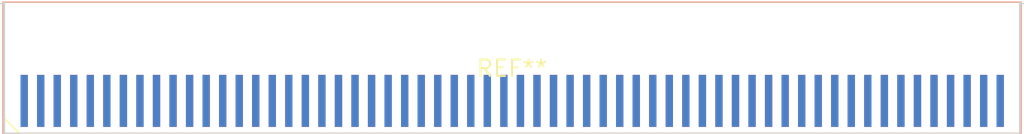
<source format=kicad_pcb>
(kicad_pcb (version 20240108) (generator pcbnew)
  (layers (0 "F.Cu" signal) (31 "B.Cu" signal) (34 "B.Paste" user) (35 "F.Paste" user) (36 "B.SilkS" user "B.Silkscreen") (37 "F.SilkS" user "F.Silkscreen") (38 "B.Mask" user) (39 "F.Mask" user) (44 "Edge.Cuts" user))
  (net 0 "")
  (footprint "Samtec_MECF-60-0_-NP-L-DV_2x60_P1.27mm_Edge" (layer "F.Cu") (at 0 0)
    (property "Reference" "REF**")
    (property "Value" "Samtec_MECF-60-0_-NP-L-DV_2x60_P1.27mm_Edge")
    (fp_line (start -39.09 -5.11) (end 39.09 -5.11) (layer "B.SilkS") (stroke (width 0.12)))
    (fp_line (start -39.09 5) (end -39.09 -5.11) (layer "B.SilkS") (stroke (width 0.12)))
    (fp_line (start -39.09 5) (end 39.09 5) (layer "B.SilkS") (stroke (width 0.12)))
    (fp_line (start 39.09 5) (end 39.09 -5.11) (layer "B.SilkS") (stroke (width 0.12)))
    (fp_line (start -39.09 -5.11) (end 39.09 -5.11) (layer "F.SilkS") (stroke (width 0.12)))
    (fp_line (start -39.09 3.73) (end -39.09 -5.11) (layer "F.SilkS") (stroke (width 0.12)))
    (fp_line (start -37.82 5) (end -39.09 3.73) (layer "F.SilkS") (stroke (width 0.12)))
    (fp_line (start -37.82 5) (end 39.09 5) (layer "F.SilkS") (stroke (width 0.12)))
    (fp_line (start 39.09 5) (end 39.09 -5.11) (layer "F.SilkS") (stroke (width 0.12)))
    (fp_line (start -39.25 -5) (end -38.975 -5) (layer "Edge.Cuts") (stroke (width 0.12)))
    (fp_line (start -38.975 5) (end -38.975 -5) (layer "Edge.Cuts") (stroke (width 0.12)))
    (fp_line (start -38.975 5) (end 38.975 5) (layer "Edge.Cuts") (stroke (width 0.12)))
    (fp_line (start 38.975 5) (end 38.975 -5) (layer "Edge.Cuts") (stroke (width 0.12)))
    (fp_line (start 39.25 -5) (end 38.975 -5) (layer "Edge.Cuts") (stroke (width 0.12)))
    (pad "1" connect rect (at -37.455 2.5) (size 0.56 4) (layers "F.Cu" "F.Mask"))
    (pad "2" connect rect (at -37.455 2.5) (size 0.56 4) (layers "B.Cu" "B.Mask"))
    (pad "3" connect rect (at -36.185 2.5) (size 0.56 4) (layers "F.Cu" "F.Mask"))
    (pad "4" connect rect (at -36.185 2.5) (size 0.56 4) (layers "B.Cu" "B.Mask"))
    (pad "5" connect rect (at -34.915 2.5) (size 0.56 4) (layers "F.Cu" "F.Mask"))
    (pad "6" connect rect (at -34.915 2.5) (size 0.56 4) (layers "B.Cu" "B.Mask"))
    (pad "7" connect rect (at -33.645 2.5) (size 0.56 4) (layers "F.Cu" "F.Mask"))
    (pad "8" connect rect (at -33.645 2.5) (size 0.56 4) (layers "B.Cu" "B.Mask"))
    (pad "9" connect rect (at -32.375 2.5) (size 0.56 4) (layers "F.Cu" "F.Mask"))
    (pad "10" connect rect (at -32.375 2.5) (size 0.56 4) (layers "B.Cu" "B.Mask"))
    (pad "11" connect rect (at -31.105 2.5) (size 0.56 4) (layers "F.Cu" "F.Mask"))
    (pad "12" connect rect (at -31.105 2.5) (size 0.56 4) (layers "B.Cu" "B.Mask"))
    (pad "13" connect rect (at -29.835 2.5) (size 0.56 4) (layers "F.Cu" "F.Mask"))
    (pad "14" connect rect (at -29.835 2.5) (size 0.56 4) (layers "B.Cu" "B.Mask"))
    (pad "15" connect rect (at -28.565 2.5) (size 0.56 4) (layers "F.Cu" "F.Mask"))
    (pad "16" connect rect (at -28.565 2.5) (size 0.56 4) (layers "B.Cu" "B.Mask"))
    (pad "17" connect rect (at -27.295 2.5) (size 0.56 4) (layers "F.Cu" "F.Mask"))
    (pad "18" connect rect (at -27.295 2.5) (size 0.56 4) (layers "B.Cu" "B.Mask"))
    (pad "19" connect rect (at -26.025 2.5) (size 0.56 4) (layers "F.Cu" "F.Mask"))
    (pad "20" connect rect (at -26.025 2.5) (size 0.56 4) (layers "B.Cu" "B.Mask"))
    (pad "21" connect rect (at -24.755 2.5) (size 0.56 4) (layers "F.Cu" "F.Mask"))
    (pad "22" connect rect (at -24.755 2.5) (size 0.56 4) (layers "B.Cu" "B.Mask"))
    (pad "23" connect rect (at -23.485 2.5) (size 0.56 4) (layers "F.Cu" "F.Mask"))
    (pad "24" connect rect (at -23.485 2.5) (size 0.56 4) (layers "B.Cu" "B.Mask"))
    (pad "25" connect rect (at -22.215 2.5) (size 0.56 4) (layers "F.Cu" "F.Mask"))
    (pad "26" connect rect (at -22.215 2.5) (size 0.56 4) (layers "B.Cu" "B.Mask"))
    (pad "27" connect rect (at -20.945 2.5) (size 0.56 4) (layers "F.Cu" "F.Mask"))
    (pad "28" connect rect (at -20.945 2.5) (size 0.56 4) (layers "B.Cu" "B.Mask"))
    (pad "29" connect rect (at -19.675 2.5) (size 0.56 4) (layers "F.Cu" "F.Mask"))
    (pad "30" connect rect (at -19.675 2.5) (size 0.56 4) (layers "B.Cu" "B.Mask"))
    (pad "31" connect rect (at -18.405 2.5) (size 0.56 4) (layers "F.Cu" "F.Mask"))
    (pad "32" connect rect (at -18.405 2.5) (size 0.56 4) (layers "B.Cu" "B.Mask"))
    (pad "33" connect rect (at -17.135 2.5) (size 0.56 4) (layers "F.Cu" "F.Mask"))
    (pad "34" connect rect (at -17.135 2.5) (size 0.56 4) (layers "B.Cu" "B.Mask"))
    (pad "35" connect rect (at -15.865 2.5) (size 0.56 4) (layers "F.Cu" "F.Mask"))
    (pad "36" connect rect (at -15.865 2.5) (size 0.56 4) (layers "B.Cu" "B.Mask"))
    (pad "37" connect rect (at -14.595 2.5) (size 0.56 4) (layers "F.Cu" "F.Mask"))
    (pad "38" connect rect (at -14.595 2.5) (size 0.56 4) (layers "B.Cu" "B.Mask"))
    (pad "39" connect rect (at -13.325 2.5) (size 0.56 4) (layers "F.Cu" "F.Mask"))
    (pad "40" connect rect (at -13.325 2.5) (size 0.56 4) (layers "B.Cu" "B.Mask"))
    (pad "41" connect rect (at -12.055 2.5) (size 0.56 4) (layers "F.Cu" "F.Mask"))
    (pad "42" connect rect (at -12.055 2.5) (size 0.56 4) (layers "B.Cu" "B.Mask"))
    (pad "43" connect rect (at -10.785 2.5) (size 0.56 4) (layers "F.Cu" "F.Mask"))
    (pad "44" connect rect (at -10.785 2.5) (size 0.56 4) (layers "B.Cu" "B.Mask"))
    (pad "45" connect rect (at -9.515 2.5) (size 0.56 4) (layers "F.Cu" "F.Mask"))
    (pad "46" connect rect (at -9.515 2.5) (size 0.56 4) (layers "B.Cu" "B.Mask"))
    (pad "47" connect rect (at -8.245 2.5) (size 0.56 4) (layers "F.Cu" "F.Mask"))
    (pad "48" connect rect (at -8.245 2.5) (size 0.56 4) (layers "B.Cu" "B.Mask"))
    (pad "49" connect rect (at -6.975 2.5) (size 0.56 4) (layers "F.Cu" "F.Mask"))
    (pad "50" connect rect (at -6.975 2.5) (size 0.56 4) (layers "B.Cu" "B.Mask"))
    (pad "51" connect rect (at -5.705 2.5) (size 0.56 4) (layers "F.Cu" "F.Mask"))
    (pad "52" connect rect (at -5.705 2.5) (size 0.56 4) (layers "B.Cu" "B.Mask"))
    (pad "53" connect rect (at -4.435 2.5) (size 0.56 4) (layers "F.Cu" "F.Mask"))
    (pad "54" connect rect (at -4.435 2.5) (size 0.56 4) (layers "B.Cu" "B.Mask"))
    (pad "55" connect rect (at -3.165 2.5) (size 0.56 4) (layers "F.Cu" "F.Mask"))
    (pad "56" connect rect (at -3.165 2.5) (size 0.56 4) (layers "B.Cu" "B.Mask"))
    (pad "57" connect rect (at -1.895 2.5) (size 0.56 4) (layers "F.Cu" "F.Mask"))
    (pad "58" connect rect (at -1.895 2.5) (size 0.56 4) (layers "B.Cu" "B.Mask"))
    (pad "59" connect rect (at -0.625 2.5) (size 0.56 4) (layers "F.Cu" "F.Mask"))
    (pad "60" connect rect (at -0.625 2.5) (size 0.56 4) (layers "B.Cu" "B.Mask"))
    (pad "61" connect rect (at 0.645 2.5) (size 0.56 4) (layers "F.Cu" "F.Mask"))
    (pad "62" connect rect (at 0.645 2.5) (size 0.56 4) (layers "B.Cu" "B.Mask"))
    (pad "63" connect rect (at 1.915 2.5) (size 0.56 4) (layers "F.Cu" "F.Mask"))
    (pad "64" connect rect (at 1.915 2.5) (size 0.56 4) (layers "B.Cu" "B.Mask"))
    (pad "65" connect rect (at 3.185 2.5) (size 0.56 4) (layers "F.Cu" "F.Mask"))
    (pad "66" connect rect (at 3.185 2.5) (size 0.56 4) (layers "B.Cu" "B.Mask"))
    (pad "67" connect rect (at 4.455 2.5) (size 0.56 4) (layers "F.Cu" "F.Mask"))
    (pad "68" connect rect (at 4.455 2.5) (size 0.56 4) (layers "B.Cu" "B.Mask"))
    (pad "69" connect rect (at 5.725 2.5) (size 0.56 4) (layers "F.Cu" "F.Mask"))
    (pad "70" connect rect (at 5.725 2.5) (size 0.56 4) (layers "B.Cu" "B.Mask"))
    (pad "71" connect rect (at 6.995 2.5) (size 0.56 4) (layers "F.Cu" "F.Mask"))
    (pad "72" connect rect (at 6.995 2.5) (size 0.56 4) (layers "B.Cu" "B.Mask"))
    (pad "73" connect rect (at 8.265 2.5) (size 0.56 4) (layers "F.Cu" "F.Mask"))
    (pad "74" connect rect (at 8.265 2.5) (size 0.56 4) (layers "B.Cu" "B.Mask"))
    (pad "75" connect rect (at 9.535 2.5) (size 0.56 4) (layers "F.Cu" "F.Mask"))
    (pad "76" connect rect (at 9.535 2.5) (size 0.56 4) (layers "B.Cu" "B.Mask"))
    (pad "77" connect rect (at 10.805 2.5) (size 0.56 4) (layers "F.Cu" "F.Mask"))
    (pad "78" connect rect (at 10.805 2.5) (size 0.56 4) (layers "B.Cu" "B.Mask"))
    (pad "79" connect rect (at 12.075 2.5) (size 0.56 4) (layers "F.Cu" "F.Mask"))
    (pad "80" connect rect (at 12.075 2.5) (size 0.56 4) (layers "B.Cu" "B.Mask"))
    (pad "81" connect rect (at 13.345 2.5) (size 0.56 4) (layers "F.Cu" "F.Mask"))
    (pad "82" connect rect (at 13.345 2.5) (size 0.56 4) (layers "B.Cu" "B.Mask"))
    (pad "83" connect rect (at 14.615 2.5) (size 0.56 4) (layers "F.Cu" "F.Mask"))
    (pad "84" connect rect (at 14.615 2.5) (size 0.56 4) (layers "B.Cu" "B.Mask"))
    (pad "85" connect rect (at 15.885 2.5) (size 0.56 4) (layers "F.Cu" "F.Mask"))
    (pad "86" connect rect (at 15.885 2.5) (size 0.56 4) (layers "B.Cu" "B.Mask"))
    (pad "87" connect rect (at 17.155 2.5) (size 0.56 4) (layers "F.Cu" "F.Mask"))
    (pad "88" connect rect (at 17.155 2.5) (size 0.56 4) (layers "B.Cu" "B.Mask"))
    (pad "89" connect rect (at 18.425 2.5) (size 0.56 4) (layers "F.Cu" "F.Mask"))
    (pad "90" connect rect (at 18.425 2.5) (size 0.56 4) (layers "B.Cu" "B.Mask"))
    (pad "91" connect rect (at 19.695 2.5) (size 0.56 4) (layers "F.Cu" "F.Mask"))
    (pad "92" connect rect (at 19.695 2.5) (size 0.56 4) (layers "B.Cu" "B.Mask"))
    (pad "93" connect rect (at 20.965 2.5) (size 0.56 4) (layers "F.Cu" "F.Mask"))
    (pad "94" connect rect (at 20.965 2.5) (size 0.56 4) (layers "B.Cu" "B.Mask"))
    (pad "95" connect rect (at 22.235 2.5) (size 0.56 4) (layers "F.Cu" "F.Mask"))
    (pad "96" connect rect (at 22.235 2.5) (size 0.56 4) (layers "B.Cu" "B.Mask"))
    (pad "97" connect rect (at 23.505 2.5) (size 0.56 4) (layers "F.Cu" "F.Mask"))
    (pad "98" connect rect (at 23.505 2.5) (size 0.56 4) (layers "B.Cu" "B.Mask"))
    (pad "99" connect rect (at 24.775 2.5) (size 0.56 4) (layers "F.Cu" "F.Mask"))
    (pad "100" connect rect (at 24.775 2.5) (size 0.56 4) (layers "B.Cu" "B.Mask"))
    (pad "101" connect rect (at 26.045 2.5) (size 0.56 4) (layers "F.Cu" "F.Mask"))
    (pad "102" connect rect (at 26.045 2.5) (size 0.56 4) (layers "B.Cu" "B.Mask"))
    (pad "103" connect rect (at 27.315 2.5) (size 0.56 4) (layers "F.Cu" "F.Mask"))
    (pad "104" connect rect (at 27.315 2.5) (size 0.56 4) (layers "B.Cu" "B.Mask"))
    (pad "105" connect rect (at 28.585 2.5) (size 0.56 4) (layers "F.Cu" "F.Mask"))
    (pad "106" connect rect (at 28.585 2.5) (size 0.56 4) (layers "B.Cu" "B.Mask"))
    (pad "107" connect rect (at 29.855 2.5) (size 0.56 4) (layers "F.Cu" "F.Mask"))
    (pad "108" connect rect (at 29.855 2.5) (size 0.56 4) (layers "B.Cu" "B.Mask"))
    (pad "109" connect rect (at 31.125 2.5) (size 0.56 4) (layers "F.Cu" "F.Mask"))
    (pad "110" connect rect (at 31.125 2.5) (size 0.56 4) (layers "B.Cu" "B.Mask"))
    (pad "111" connect rect (at 32.395 2.5) (size 0.56 4) (layers "F.Cu" "F.Mask"))
    (pad "112" connect rect (at 32.395 2.5) (size 0.56 4) (layers "B.Cu" "B.Mask"))
    (pad "113" connect rect (at 33.665 2.5) (size 0.56 4) (layers "F.Cu" "F.Mask"))
    (pad "114" connect rect (at 33.665 2.5) (size 0.56 4) (layers "B.Cu" "B.Mask"))
    (pad "115" connect rect (at 34.935 2.5) (size 0.56 4) (layers "F.Cu" "F.Mask"))
    (pad "116" connect rect (at 34.935 2.5) (size 0.56 4) (layers "B.Cu" "B.Mask"))
    (pad "117" connect rect (at 36.205 2.5) (size 0.56 4) (layers "F.Cu" "F.Mask"))
    (pad "118" connect rect (at 36.205 2.5) (size 0.56 4) (layers "B.Cu" "B.Mask"))
    (pad "119" connect rect (at 37.475 2.5) (size 0.56 4) (layers "F.Cu" "F.Mask"))
    (pad "120" connect rect (at 37.475 2.5) (size 0.56 4) (layers "B.Cu" "B.Mask"))
  )
)
</source>
